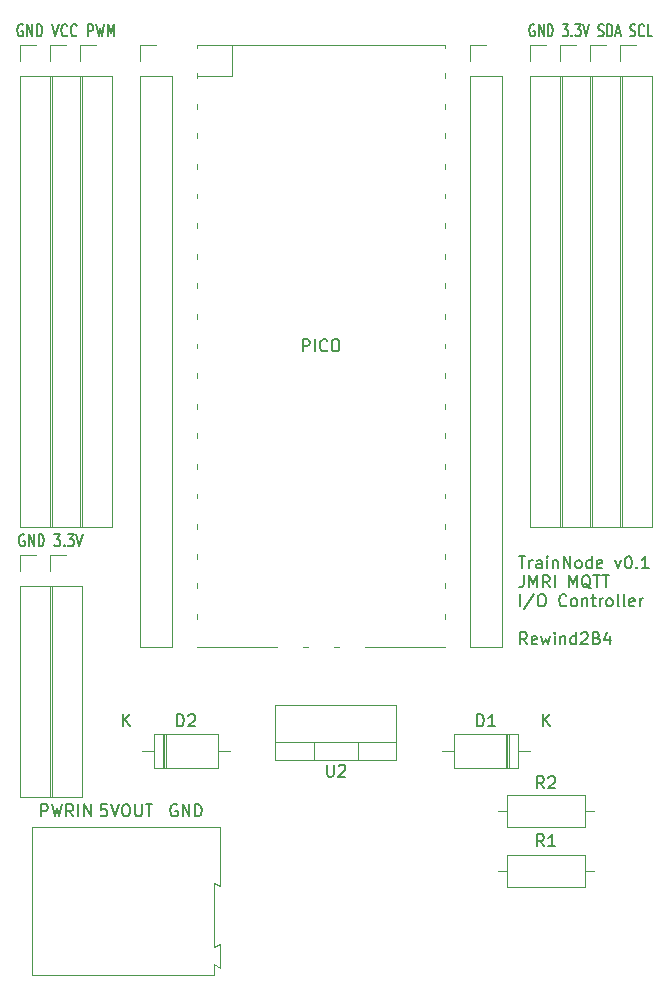
<source format=gbr>
G04 #@! TF.GenerationSoftware,KiCad,Pcbnew,6.0.2+dfsg-1*
G04 #@! TF.CreationDate,2024-08-21T11:00:16+10:00*
G04 #@! TF.ProjectId,MQTTDecoderExpansionBoard,4d515454-4465-4636-9f64-657245787061,A*
G04 #@! TF.SameCoordinates,Original*
G04 #@! TF.FileFunction,Legend,Top*
G04 #@! TF.FilePolarity,Positive*
%FSLAX46Y46*%
G04 Gerber Fmt 4.6, Leading zero omitted, Abs format (unit mm)*
G04 Created by KiCad (PCBNEW 6.0.2+dfsg-1) date 2024-08-21 11:00:16*
%MOMM*%
%LPD*%
G01*
G04 APERTURE LIST*
%ADD10C,0.200000*%
%ADD11C,0.187500*%
%ADD12C,0.150000*%
%ADD13C,0.120000*%
%ADD14R,1.700000X1.700000*%
%ADD15O,1.700000X1.700000*%
%ADD16C,1.600000*%
%ADD17O,1.600000X1.600000*%
%ADD18O,1.800000X1.800000*%
%ADD19O,1.500000X1.500000*%
%ADD20R,3.500000X1.700000*%
%ADD21R,1.700000X3.500000*%
%ADD22R,2.200000X2.200000*%
%ADD23O,2.200000X2.200000*%
%ADD24R,1.905000X2.000000*%
%ADD25O,1.905000X2.000000*%
%ADD26R,1.980000X3.960000*%
%ADD27O,1.980000X3.960000*%
%ADD28C,3.200000*%
G04 APERTURE END LIST*
D10*
X128778095Y-116340000D02*
X128682857Y-116292380D01*
X128540000Y-116292380D01*
X128397142Y-116340000D01*
X128301904Y-116435238D01*
X128254285Y-116530476D01*
X128206666Y-116720952D01*
X128206666Y-116863809D01*
X128254285Y-117054285D01*
X128301904Y-117149523D01*
X128397142Y-117244761D01*
X128540000Y-117292380D01*
X128635238Y-117292380D01*
X128778095Y-117244761D01*
X128825714Y-117197142D01*
X128825714Y-116863809D01*
X128635238Y-116863809D01*
X129254285Y-117292380D02*
X129254285Y-116292380D01*
X129825714Y-117292380D01*
X129825714Y-116292380D01*
X130301904Y-117292380D02*
X130301904Y-116292380D01*
X130540000Y-116292380D01*
X130682857Y-116340000D01*
X130778095Y-116435238D01*
X130825714Y-116530476D01*
X130873333Y-116720952D01*
X130873333Y-116863809D01*
X130825714Y-117054285D01*
X130778095Y-117149523D01*
X130682857Y-117244761D01*
X130540000Y-117292380D01*
X130301904Y-117292380D01*
X115703809Y-50300000D02*
X115627619Y-50252380D01*
X115513333Y-50252380D01*
X115399047Y-50300000D01*
X115322857Y-50395238D01*
X115284761Y-50490476D01*
X115246666Y-50680952D01*
X115246666Y-50823809D01*
X115284761Y-51014285D01*
X115322857Y-51109523D01*
X115399047Y-51204761D01*
X115513333Y-51252380D01*
X115589523Y-51252380D01*
X115703809Y-51204761D01*
X115741904Y-51157142D01*
X115741904Y-50823809D01*
X115589523Y-50823809D01*
X116084761Y-51252380D02*
X116084761Y-50252380D01*
X116541904Y-51252380D01*
X116541904Y-50252380D01*
X116922857Y-51252380D02*
X116922857Y-50252380D01*
X117113333Y-50252380D01*
X117227619Y-50300000D01*
X117303809Y-50395238D01*
X117341904Y-50490476D01*
X117380000Y-50680952D01*
X117380000Y-50823809D01*
X117341904Y-51014285D01*
X117303809Y-51109523D01*
X117227619Y-51204761D01*
X117113333Y-51252380D01*
X116922857Y-51252380D01*
X118218095Y-50252380D02*
X118484761Y-51252380D01*
X118751428Y-50252380D01*
X119475238Y-51157142D02*
X119437142Y-51204761D01*
X119322857Y-51252380D01*
X119246666Y-51252380D01*
X119132380Y-51204761D01*
X119056190Y-51109523D01*
X119018095Y-51014285D01*
X118980000Y-50823809D01*
X118980000Y-50680952D01*
X119018095Y-50490476D01*
X119056190Y-50395238D01*
X119132380Y-50300000D01*
X119246666Y-50252380D01*
X119322857Y-50252380D01*
X119437142Y-50300000D01*
X119475238Y-50347619D01*
X120275238Y-51157142D02*
X120237142Y-51204761D01*
X120122857Y-51252380D01*
X120046666Y-51252380D01*
X119932380Y-51204761D01*
X119856190Y-51109523D01*
X119818095Y-51014285D01*
X119780000Y-50823809D01*
X119780000Y-50680952D01*
X119818095Y-50490476D01*
X119856190Y-50395238D01*
X119932380Y-50300000D01*
X120046666Y-50252380D01*
X120122857Y-50252380D01*
X120237142Y-50300000D01*
X120275238Y-50347619D01*
X121227619Y-51252380D02*
X121227619Y-50252380D01*
X121532380Y-50252380D01*
X121608571Y-50300000D01*
X121646666Y-50347619D01*
X121684761Y-50442857D01*
X121684761Y-50585714D01*
X121646666Y-50680952D01*
X121608571Y-50728571D01*
X121532380Y-50776190D01*
X121227619Y-50776190D01*
X121951428Y-50252380D02*
X122141904Y-51252380D01*
X122294285Y-50538095D01*
X122446666Y-51252380D01*
X122637142Y-50252380D01*
X122941904Y-51252380D02*
X122941904Y-50252380D01*
X123208571Y-50966666D01*
X123475238Y-50252380D01*
X123475238Y-51252380D01*
D11*
X159037857Y-50300000D02*
X158966428Y-50252380D01*
X158859285Y-50252380D01*
X158752142Y-50300000D01*
X158680714Y-50395238D01*
X158645000Y-50490476D01*
X158609285Y-50680952D01*
X158609285Y-50823809D01*
X158645000Y-51014285D01*
X158680714Y-51109523D01*
X158752142Y-51204761D01*
X158859285Y-51252380D01*
X158930714Y-51252380D01*
X159037857Y-51204761D01*
X159073571Y-51157142D01*
X159073571Y-50823809D01*
X158930714Y-50823809D01*
X159395000Y-51252380D02*
X159395000Y-50252380D01*
X159823571Y-51252380D01*
X159823571Y-50252380D01*
X160180714Y-51252380D02*
X160180714Y-50252380D01*
X160359285Y-50252380D01*
X160466428Y-50300000D01*
X160537857Y-50395238D01*
X160573571Y-50490476D01*
X160609285Y-50680952D01*
X160609285Y-50823809D01*
X160573571Y-51014285D01*
X160537857Y-51109523D01*
X160466428Y-51204761D01*
X160359285Y-51252380D01*
X160180714Y-51252380D01*
X161430714Y-50252380D02*
X161895000Y-50252380D01*
X161645000Y-50633333D01*
X161752142Y-50633333D01*
X161823571Y-50680952D01*
X161859285Y-50728571D01*
X161895000Y-50823809D01*
X161895000Y-51061904D01*
X161859285Y-51157142D01*
X161823571Y-51204761D01*
X161752142Y-51252380D01*
X161537857Y-51252380D01*
X161466428Y-51204761D01*
X161430714Y-51157142D01*
X162216428Y-51157142D02*
X162252142Y-51204761D01*
X162216428Y-51252380D01*
X162180714Y-51204761D01*
X162216428Y-51157142D01*
X162216428Y-51252380D01*
X162502142Y-50252380D02*
X162966428Y-50252380D01*
X162716428Y-50633333D01*
X162823571Y-50633333D01*
X162895000Y-50680952D01*
X162930714Y-50728571D01*
X162966428Y-50823809D01*
X162966428Y-51061904D01*
X162930714Y-51157142D01*
X162895000Y-51204761D01*
X162823571Y-51252380D01*
X162609285Y-51252380D01*
X162537857Y-51204761D01*
X162502142Y-51157142D01*
X163180714Y-50252380D02*
X163430714Y-51252380D01*
X163680714Y-50252380D01*
X164466428Y-51204761D02*
X164573571Y-51252380D01*
X164752142Y-51252380D01*
X164823571Y-51204761D01*
X164859285Y-51157142D01*
X164895000Y-51061904D01*
X164895000Y-50966666D01*
X164859285Y-50871428D01*
X164823571Y-50823809D01*
X164752142Y-50776190D01*
X164609285Y-50728571D01*
X164537857Y-50680952D01*
X164502142Y-50633333D01*
X164466428Y-50538095D01*
X164466428Y-50442857D01*
X164502142Y-50347619D01*
X164537857Y-50300000D01*
X164609285Y-50252380D01*
X164787857Y-50252380D01*
X164895000Y-50300000D01*
X165216428Y-51252380D02*
X165216428Y-50252380D01*
X165395000Y-50252380D01*
X165502142Y-50300000D01*
X165573571Y-50395238D01*
X165609285Y-50490476D01*
X165645000Y-50680952D01*
X165645000Y-50823809D01*
X165609285Y-51014285D01*
X165573571Y-51109523D01*
X165502142Y-51204761D01*
X165395000Y-51252380D01*
X165216428Y-51252380D01*
X165930714Y-50966666D02*
X166287857Y-50966666D01*
X165859285Y-51252380D02*
X166109285Y-50252380D01*
X166359285Y-51252380D01*
X167145000Y-51204761D02*
X167252142Y-51252380D01*
X167430714Y-51252380D01*
X167502142Y-51204761D01*
X167537857Y-51157142D01*
X167573571Y-51061904D01*
X167573571Y-50966666D01*
X167537857Y-50871428D01*
X167502142Y-50823809D01*
X167430714Y-50776190D01*
X167287857Y-50728571D01*
X167216428Y-50680952D01*
X167180714Y-50633333D01*
X167145000Y-50538095D01*
X167145000Y-50442857D01*
X167180714Y-50347619D01*
X167216428Y-50300000D01*
X167287857Y-50252380D01*
X167466428Y-50252380D01*
X167573571Y-50300000D01*
X168323571Y-51157142D02*
X168287857Y-51204761D01*
X168180714Y-51252380D01*
X168109285Y-51252380D01*
X168002142Y-51204761D01*
X167930714Y-51109523D01*
X167895000Y-51014285D01*
X167859285Y-50823809D01*
X167859285Y-50680952D01*
X167895000Y-50490476D01*
X167930714Y-50395238D01*
X168002142Y-50300000D01*
X168109285Y-50252380D01*
X168180714Y-50252380D01*
X168287857Y-50300000D01*
X168323571Y-50347619D01*
X169002142Y-51252380D02*
X168645000Y-51252380D01*
X168645000Y-50252380D01*
D10*
X115840476Y-93480000D02*
X115764285Y-93432380D01*
X115650000Y-93432380D01*
X115535714Y-93480000D01*
X115459523Y-93575238D01*
X115421428Y-93670476D01*
X115383333Y-93860952D01*
X115383333Y-94003809D01*
X115421428Y-94194285D01*
X115459523Y-94289523D01*
X115535714Y-94384761D01*
X115650000Y-94432380D01*
X115726190Y-94432380D01*
X115840476Y-94384761D01*
X115878571Y-94337142D01*
X115878571Y-94003809D01*
X115726190Y-94003809D01*
X116221428Y-94432380D02*
X116221428Y-93432380D01*
X116678571Y-94432380D01*
X116678571Y-93432380D01*
X117059523Y-94432380D02*
X117059523Y-93432380D01*
X117250000Y-93432380D01*
X117364285Y-93480000D01*
X117440476Y-93575238D01*
X117478571Y-93670476D01*
X117516666Y-93860952D01*
X117516666Y-94003809D01*
X117478571Y-94194285D01*
X117440476Y-94289523D01*
X117364285Y-94384761D01*
X117250000Y-94432380D01*
X117059523Y-94432380D01*
X118392857Y-93432380D02*
X118888095Y-93432380D01*
X118621428Y-93813333D01*
X118735714Y-93813333D01*
X118811904Y-93860952D01*
X118850000Y-93908571D01*
X118888095Y-94003809D01*
X118888095Y-94241904D01*
X118850000Y-94337142D01*
X118811904Y-94384761D01*
X118735714Y-94432380D01*
X118507142Y-94432380D01*
X118430952Y-94384761D01*
X118392857Y-94337142D01*
X119230952Y-94337142D02*
X119269047Y-94384761D01*
X119230952Y-94432380D01*
X119192857Y-94384761D01*
X119230952Y-94337142D01*
X119230952Y-94432380D01*
X119535714Y-93432380D02*
X120030952Y-93432380D01*
X119764285Y-93813333D01*
X119878571Y-93813333D01*
X119954761Y-93860952D01*
X119992857Y-93908571D01*
X120030952Y-94003809D01*
X120030952Y-94241904D01*
X119992857Y-94337142D01*
X119954761Y-94384761D01*
X119878571Y-94432380D01*
X119650000Y-94432380D01*
X119573809Y-94384761D01*
X119535714Y-94337142D01*
X120259523Y-93432380D02*
X120526190Y-94432380D01*
X120792857Y-93432380D01*
X157705238Y-95292380D02*
X158276666Y-95292380D01*
X157990952Y-96292380D02*
X157990952Y-95292380D01*
X158610000Y-96292380D02*
X158610000Y-95625714D01*
X158610000Y-95816190D02*
X158657619Y-95720952D01*
X158705238Y-95673333D01*
X158800476Y-95625714D01*
X158895714Y-95625714D01*
X159657619Y-96292380D02*
X159657619Y-95768571D01*
X159610000Y-95673333D01*
X159514761Y-95625714D01*
X159324285Y-95625714D01*
X159229047Y-95673333D01*
X159657619Y-96244761D02*
X159562380Y-96292380D01*
X159324285Y-96292380D01*
X159229047Y-96244761D01*
X159181428Y-96149523D01*
X159181428Y-96054285D01*
X159229047Y-95959047D01*
X159324285Y-95911428D01*
X159562380Y-95911428D01*
X159657619Y-95863809D01*
X160133809Y-96292380D02*
X160133809Y-95625714D01*
X160133809Y-95292380D02*
X160086190Y-95340000D01*
X160133809Y-95387619D01*
X160181428Y-95340000D01*
X160133809Y-95292380D01*
X160133809Y-95387619D01*
X160610000Y-95625714D02*
X160610000Y-96292380D01*
X160610000Y-95720952D02*
X160657619Y-95673333D01*
X160752857Y-95625714D01*
X160895714Y-95625714D01*
X160990952Y-95673333D01*
X161038571Y-95768571D01*
X161038571Y-96292380D01*
X161514761Y-96292380D02*
X161514761Y-95292380D01*
X162086190Y-96292380D01*
X162086190Y-95292380D01*
X162705238Y-96292380D02*
X162610000Y-96244761D01*
X162562380Y-96197142D01*
X162514761Y-96101904D01*
X162514761Y-95816190D01*
X162562380Y-95720952D01*
X162610000Y-95673333D01*
X162705238Y-95625714D01*
X162848095Y-95625714D01*
X162943333Y-95673333D01*
X162990952Y-95720952D01*
X163038571Y-95816190D01*
X163038571Y-96101904D01*
X162990952Y-96197142D01*
X162943333Y-96244761D01*
X162848095Y-96292380D01*
X162705238Y-96292380D01*
X163895714Y-96292380D02*
X163895714Y-95292380D01*
X163895714Y-96244761D02*
X163800476Y-96292380D01*
X163610000Y-96292380D01*
X163514761Y-96244761D01*
X163467142Y-96197142D01*
X163419523Y-96101904D01*
X163419523Y-95816190D01*
X163467142Y-95720952D01*
X163514761Y-95673333D01*
X163610000Y-95625714D01*
X163800476Y-95625714D01*
X163895714Y-95673333D01*
X164752857Y-96244761D02*
X164657619Y-96292380D01*
X164467142Y-96292380D01*
X164371904Y-96244761D01*
X164324285Y-96149523D01*
X164324285Y-95768571D01*
X164371904Y-95673333D01*
X164467142Y-95625714D01*
X164657619Y-95625714D01*
X164752857Y-95673333D01*
X164800476Y-95768571D01*
X164800476Y-95863809D01*
X164324285Y-95959047D01*
X165895714Y-95625714D02*
X166133809Y-96292380D01*
X166371904Y-95625714D01*
X166943333Y-95292380D02*
X167038571Y-95292380D01*
X167133809Y-95340000D01*
X167181428Y-95387619D01*
X167229047Y-95482857D01*
X167276666Y-95673333D01*
X167276666Y-95911428D01*
X167229047Y-96101904D01*
X167181428Y-96197142D01*
X167133809Y-96244761D01*
X167038571Y-96292380D01*
X166943333Y-96292380D01*
X166848095Y-96244761D01*
X166800476Y-96197142D01*
X166752857Y-96101904D01*
X166705238Y-95911428D01*
X166705238Y-95673333D01*
X166752857Y-95482857D01*
X166800476Y-95387619D01*
X166848095Y-95340000D01*
X166943333Y-95292380D01*
X167705238Y-96197142D02*
X167752857Y-96244761D01*
X167705238Y-96292380D01*
X167657619Y-96244761D01*
X167705238Y-96197142D01*
X167705238Y-96292380D01*
X168705238Y-96292380D02*
X168133809Y-96292380D01*
X168419523Y-96292380D02*
X168419523Y-95292380D01*
X168324285Y-95435238D01*
X168229047Y-95530476D01*
X168133809Y-95578095D01*
X158133809Y-96902380D02*
X158133809Y-97616666D01*
X158086190Y-97759523D01*
X157990952Y-97854761D01*
X157848095Y-97902380D01*
X157752857Y-97902380D01*
X158610000Y-97902380D02*
X158610000Y-96902380D01*
X158943333Y-97616666D01*
X159276666Y-96902380D01*
X159276666Y-97902380D01*
X160324285Y-97902380D02*
X159990952Y-97426190D01*
X159752857Y-97902380D02*
X159752857Y-96902380D01*
X160133809Y-96902380D01*
X160229047Y-96950000D01*
X160276666Y-96997619D01*
X160324285Y-97092857D01*
X160324285Y-97235714D01*
X160276666Y-97330952D01*
X160229047Y-97378571D01*
X160133809Y-97426190D01*
X159752857Y-97426190D01*
X160752857Y-97902380D02*
X160752857Y-96902380D01*
X161990952Y-97902380D02*
X161990952Y-96902380D01*
X162324285Y-97616666D01*
X162657619Y-96902380D01*
X162657619Y-97902380D01*
X163800476Y-97997619D02*
X163705238Y-97950000D01*
X163610000Y-97854761D01*
X163467142Y-97711904D01*
X163371904Y-97664285D01*
X163276666Y-97664285D01*
X163324285Y-97902380D02*
X163229047Y-97854761D01*
X163133809Y-97759523D01*
X163086190Y-97569047D01*
X163086190Y-97235714D01*
X163133809Y-97045238D01*
X163229047Y-96950000D01*
X163324285Y-96902380D01*
X163514761Y-96902380D01*
X163610000Y-96950000D01*
X163705238Y-97045238D01*
X163752857Y-97235714D01*
X163752857Y-97569047D01*
X163705238Y-97759523D01*
X163610000Y-97854761D01*
X163514761Y-97902380D01*
X163324285Y-97902380D01*
X164038571Y-96902380D02*
X164610000Y-96902380D01*
X164324285Y-97902380D02*
X164324285Y-96902380D01*
X164800476Y-96902380D02*
X165371904Y-96902380D01*
X165086190Y-97902380D02*
X165086190Y-96902380D01*
X157848095Y-99512380D02*
X157848095Y-98512380D01*
X159038571Y-98464761D02*
X158181428Y-99750476D01*
X159562380Y-98512380D02*
X159752857Y-98512380D01*
X159848095Y-98560000D01*
X159943333Y-98655238D01*
X159990952Y-98845714D01*
X159990952Y-99179047D01*
X159943333Y-99369523D01*
X159848095Y-99464761D01*
X159752857Y-99512380D01*
X159562380Y-99512380D01*
X159467142Y-99464761D01*
X159371904Y-99369523D01*
X159324285Y-99179047D01*
X159324285Y-98845714D01*
X159371904Y-98655238D01*
X159467142Y-98560000D01*
X159562380Y-98512380D01*
X161752857Y-99417142D02*
X161705238Y-99464761D01*
X161562380Y-99512380D01*
X161467142Y-99512380D01*
X161324285Y-99464761D01*
X161229047Y-99369523D01*
X161181428Y-99274285D01*
X161133809Y-99083809D01*
X161133809Y-98940952D01*
X161181428Y-98750476D01*
X161229047Y-98655238D01*
X161324285Y-98560000D01*
X161467142Y-98512380D01*
X161562380Y-98512380D01*
X161705238Y-98560000D01*
X161752857Y-98607619D01*
X162324285Y-99512380D02*
X162229047Y-99464761D01*
X162181428Y-99417142D01*
X162133809Y-99321904D01*
X162133809Y-99036190D01*
X162181428Y-98940952D01*
X162229047Y-98893333D01*
X162324285Y-98845714D01*
X162467142Y-98845714D01*
X162562380Y-98893333D01*
X162610000Y-98940952D01*
X162657619Y-99036190D01*
X162657619Y-99321904D01*
X162610000Y-99417142D01*
X162562380Y-99464761D01*
X162467142Y-99512380D01*
X162324285Y-99512380D01*
X163086190Y-98845714D02*
X163086190Y-99512380D01*
X163086190Y-98940952D02*
X163133809Y-98893333D01*
X163229047Y-98845714D01*
X163371904Y-98845714D01*
X163467142Y-98893333D01*
X163514761Y-98988571D01*
X163514761Y-99512380D01*
X163848095Y-98845714D02*
X164229047Y-98845714D01*
X163990952Y-98512380D02*
X163990952Y-99369523D01*
X164038571Y-99464761D01*
X164133809Y-99512380D01*
X164229047Y-99512380D01*
X164562380Y-99512380D02*
X164562380Y-98845714D01*
X164562380Y-99036190D02*
X164610000Y-98940952D01*
X164657619Y-98893333D01*
X164752857Y-98845714D01*
X164848095Y-98845714D01*
X165324285Y-99512380D02*
X165229047Y-99464761D01*
X165181428Y-99417142D01*
X165133809Y-99321904D01*
X165133809Y-99036190D01*
X165181428Y-98940952D01*
X165229047Y-98893333D01*
X165324285Y-98845714D01*
X165467142Y-98845714D01*
X165562380Y-98893333D01*
X165610000Y-98940952D01*
X165657619Y-99036190D01*
X165657619Y-99321904D01*
X165610000Y-99417142D01*
X165562380Y-99464761D01*
X165467142Y-99512380D01*
X165324285Y-99512380D01*
X166229047Y-99512380D02*
X166133809Y-99464761D01*
X166086190Y-99369523D01*
X166086190Y-98512380D01*
X166752857Y-99512380D02*
X166657619Y-99464761D01*
X166610000Y-99369523D01*
X166610000Y-98512380D01*
X167514761Y-99464761D02*
X167419523Y-99512380D01*
X167229047Y-99512380D01*
X167133809Y-99464761D01*
X167086190Y-99369523D01*
X167086190Y-98988571D01*
X167133809Y-98893333D01*
X167229047Y-98845714D01*
X167419523Y-98845714D01*
X167514761Y-98893333D01*
X167562380Y-98988571D01*
X167562380Y-99083809D01*
X167086190Y-99179047D01*
X167990952Y-99512380D02*
X167990952Y-98845714D01*
X167990952Y-99036190D02*
X168038571Y-98940952D01*
X168086190Y-98893333D01*
X168181428Y-98845714D01*
X168276666Y-98845714D01*
X158419523Y-102732380D02*
X158086190Y-102256190D01*
X157848095Y-102732380D02*
X157848095Y-101732380D01*
X158229047Y-101732380D01*
X158324285Y-101780000D01*
X158371904Y-101827619D01*
X158419523Y-101922857D01*
X158419523Y-102065714D01*
X158371904Y-102160952D01*
X158324285Y-102208571D01*
X158229047Y-102256190D01*
X157848095Y-102256190D01*
X159229047Y-102684761D02*
X159133809Y-102732380D01*
X158943333Y-102732380D01*
X158848095Y-102684761D01*
X158800476Y-102589523D01*
X158800476Y-102208571D01*
X158848095Y-102113333D01*
X158943333Y-102065714D01*
X159133809Y-102065714D01*
X159229047Y-102113333D01*
X159276666Y-102208571D01*
X159276666Y-102303809D01*
X158800476Y-102399047D01*
X159610000Y-102065714D02*
X159800476Y-102732380D01*
X159990952Y-102256190D01*
X160181428Y-102732380D01*
X160371904Y-102065714D01*
X160752857Y-102732380D02*
X160752857Y-102065714D01*
X160752857Y-101732380D02*
X160705238Y-101780000D01*
X160752857Y-101827619D01*
X160800476Y-101780000D01*
X160752857Y-101732380D01*
X160752857Y-101827619D01*
X161229047Y-102065714D02*
X161229047Y-102732380D01*
X161229047Y-102160952D02*
X161276666Y-102113333D01*
X161371904Y-102065714D01*
X161514761Y-102065714D01*
X161610000Y-102113333D01*
X161657619Y-102208571D01*
X161657619Y-102732380D01*
X162562380Y-102732380D02*
X162562380Y-101732380D01*
X162562380Y-102684761D02*
X162467142Y-102732380D01*
X162276666Y-102732380D01*
X162181428Y-102684761D01*
X162133809Y-102637142D01*
X162086190Y-102541904D01*
X162086190Y-102256190D01*
X162133809Y-102160952D01*
X162181428Y-102113333D01*
X162276666Y-102065714D01*
X162467142Y-102065714D01*
X162562380Y-102113333D01*
X162990952Y-101827619D02*
X163038571Y-101780000D01*
X163133809Y-101732380D01*
X163371904Y-101732380D01*
X163467142Y-101780000D01*
X163514761Y-101827619D01*
X163562380Y-101922857D01*
X163562380Y-102018095D01*
X163514761Y-102160952D01*
X162943333Y-102732380D01*
X163562380Y-102732380D01*
X164324285Y-102208571D02*
X164467142Y-102256190D01*
X164514761Y-102303809D01*
X164562380Y-102399047D01*
X164562380Y-102541904D01*
X164514761Y-102637142D01*
X164467142Y-102684761D01*
X164371904Y-102732380D01*
X163990952Y-102732380D01*
X163990952Y-101732380D01*
X164324285Y-101732380D01*
X164419523Y-101780000D01*
X164467142Y-101827619D01*
X164514761Y-101922857D01*
X164514761Y-102018095D01*
X164467142Y-102113333D01*
X164419523Y-102160952D01*
X164324285Y-102208571D01*
X163990952Y-102208571D01*
X165419523Y-102065714D02*
X165419523Y-102732380D01*
X165181428Y-101684761D02*
X164943333Y-102399047D01*
X165562380Y-102399047D01*
X122845952Y-116292380D02*
X122369761Y-116292380D01*
X122322142Y-116768571D01*
X122369761Y-116720952D01*
X122465000Y-116673333D01*
X122703095Y-116673333D01*
X122798333Y-116720952D01*
X122845952Y-116768571D01*
X122893571Y-116863809D01*
X122893571Y-117101904D01*
X122845952Y-117197142D01*
X122798333Y-117244761D01*
X122703095Y-117292380D01*
X122465000Y-117292380D01*
X122369761Y-117244761D01*
X122322142Y-117197142D01*
X123179285Y-116292380D02*
X123512619Y-117292380D01*
X123845952Y-116292380D01*
X124369761Y-116292380D02*
X124560238Y-116292380D01*
X124655476Y-116340000D01*
X124750714Y-116435238D01*
X124798333Y-116625714D01*
X124798333Y-116959047D01*
X124750714Y-117149523D01*
X124655476Y-117244761D01*
X124560238Y-117292380D01*
X124369761Y-117292380D01*
X124274523Y-117244761D01*
X124179285Y-117149523D01*
X124131666Y-116959047D01*
X124131666Y-116625714D01*
X124179285Y-116435238D01*
X124274523Y-116340000D01*
X124369761Y-116292380D01*
X125226904Y-116292380D02*
X125226904Y-117101904D01*
X125274523Y-117197142D01*
X125322142Y-117244761D01*
X125417380Y-117292380D01*
X125607857Y-117292380D01*
X125703095Y-117244761D01*
X125750714Y-117197142D01*
X125798333Y-117101904D01*
X125798333Y-116292380D01*
X126131666Y-116292380D02*
X126703095Y-116292380D01*
X126417380Y-117292380D02*
X126417380Y-116292380D01*
X117284761Y-117292380D02*
X117284761Y-116292380D01*
X117665714Y-116292380D01*
X117760952Y-116340000D01*
X117808571Y-116387619D01*
X117856190Y-116482857D01*
X117856190Y-116625714D01*
X117808571Y-116720952D01*
X117760952Y-116768571D01*
X117665714Y-116816190D01*
X117284761Y-116816190D01*
X118189523Y-116292380D02*
X118427619Y-117292380D01*
X118618095Y-116578095D01*
X118808571Y-117292380D01*
X119046666Y-116292380D01*
X119999047Y-117292380D02*
X119665714Y-116816190D01*
X119427619Y-117292380D02*
X119427619Y-116292380D01*
X119808571Y-116292380D01*
X119903809Y-116340000D01*
X119951428Y-116387619D01*
X119999047Y-116482857D01*
X119999047Y-116625714D01*
X119951428Y-116720952D01*
X119903809Y-116768571D01*
X119808571Y-116816190D01*
X119427619Y-116816190D01*
X120427619Y-117292380D02*
X120427619Y-116292380D01*
X120903809Y-117292380D02*
X120903809Y-116292380D01*
X121475238Y-117292380D01*
X121475238Y-116292380D01*
D12*
X159853333Y-114922380D02*
X159520000Y-114446190D01*
X159281904Y-114922380D02*
X159281904Y-113922380D01*
X159662857Y-113922380D01*
X159758095Y-113970000D01*
X159805714Y-114017619D01*
X159853333Y-114112857D01*
X159853333Y-114255714D01*
X159805714Y-114350952D01*
X159758095Y-114398571D01*
X159662857Y-114446190D01*
X159281904Y-114446190D01*
X160234285Y-114017619D02*
X160281904Y-113970000D01*
X160377142Y-113922380D01*
X160615238Y-113922380D01*
X160710476Y-113970000D01*
X160758095Y-114017619D01*
X160805714Y-114112857D01*
X160805714Y-114208095D01*
X160758095Y-114350952D01*
X160186666Y-114922380D01*
X160805714Y-114922380D01*
X139446190Y-77922380D02*
X139446190Y-76922380D01*
X139827142Y-76922380D01*
X139922380Y-76970000D01*
X139970000Y-77017619D01*
X140017619Y-77112857D01*
X140017619Y-77255714D01*
X139970000Y-77350952D01*
X139922380Y-77398571D01*
X139827142Y-77446190D01*
X139446190Y-77446190D01*
X140446190Y-77922380D02*
X140446190Y-76922380D01*
X141493809Y-77827142D02*
X141446190Y-77874761D01*
X141303333Y-77922380D01*
X141208095Y-77922380D01*
X141065238Y-77874761D01*
X140970000Y-77779523D01*
X140922380Y-77684285D01*
X140874761Y-77493809D01*
X140874761Y-77350952D01*
X140922380Y-77160476D01*
X140970000Y-77065238D01*
X141065238Y-76970000D01*
X141208095Y-76922380D01*
X141303333Y-76922380D01*
X141446190Y-76970000D01*
X141493809Y-77017619D01*
X142112857Y-76922380D02*
X142303333Y-76922380D01*
X142398571Y-76970000D01*
X142493809Y-77065238D01*
X142541428Y-77255714D01*
X142541428Y-77589047D01*
X142493809Y-77779523D01*
X142398571Y-77874761D01*
X142303333Y-77922380D01*
X142112857Y-77922380D01*
X142017619Y-77874761D01*
X141922380Y-77779523D01*
X141874761Y-77589047D01*
X141874761Y-77255714D01*
X141922380Y-77065238D01*
X142017619Y-76970000D01*
X142112857Y-76922380D01*
X128801904Y-109672380D02*
X128801904Y-108672380D01*
X129040000Y-108672380D01*
X129182857Y-108720000D01*
X129278095Y-108815238D01*
X129325714Y-108910476D01*
X129373333Y-109100952D01*
X129373333Y-109243809D01*
X129325714Y-109434285D01*
X129278095Y-109529523D01*
X129182857Y-109624761D01*
X129040000Y-109672380D01*
X128801904Y-109672380D01*
X129754285Y-108767619D02*
X129801904Y-108720000D01*
X129897142Y-108672380D01*
X130135238Y-108672380D01*
X130230476Y-108720000D01*
X130278095Y-108767619D01*
X130325714Y-108862857D01*
X130325714Y-108958095D01*
X130278095Y-109100952D01*
X129706666Y-109672380D01*
X130325714Y-109672380D01*
X124198095Y-109672380D02*
X124198095Y-108672380D01*
X124769523Y-109672380D02*
X124340952Y-109100952D01*
X124769523Y-108672380D02*
X124198095Y-109243809D01*
X141478095Y-112942380D02*
X141478095Y-113751904D01*
X141525714Y-113847142D01*
X141573333Y-113894761D01*
X141668571Y-113942380D01*
X141859047Y-113942380D01*
X141954285Y-113894761D01*
X142001904Y-113847142D01*
X142049523Y-113751904D01*
X142049523Y-112942380D01*
X142478095Y-113037619D02*
X142525714Y-112990000D01*
X142620952Y-112942380D01*
X142859047Y-112942380D01*
X142954285Y-112990000D01*
X143001904Y-113037619D01*
X143049523Y-113132857D01*
X143049523Y-113228095D01*
X143001904Y-113370952D01*
X142430476Y-113942380D01*
X143049523Y-113942380D01*
X159853333Y-119832380D02*
X159520000Y-119356190D01*
X159281904Y-119832380D02*
X159281904Y-118832380D01*
X159662857Y-118832380D01*
X159758095Y-118880000D01*
X159805714Y-118927619D01*
X159853333Y-119022857D01*
X159853333Y-119165714D01*
X159805714Y-119260952D01*
X159758095Y-119308571D01*
X159662857Y-119356190D01*
X159281904Y-119356190D01*
X160805714Y-119832380D02*
X160234285Y-119832380D01*
X160520000Y-119832380D02*
X160520000Y-118832380D01*
X160424761Y-118975238D01*
X160329523Y-119070476D01*
X160234285Y-119118095D01*
X154201904Y-109672380D02*
X154201904Y-108672380D01*
X154440000Y-108672380D01*
X154582857Y-108720000D01*
X154678095Y-108815238D01*
X154725714Y-108910476D01*
X154773333Y-109100952D01*
X154773333Y-109243809D01*
X154725714Y-109434285D01*
X154678095Y-109529523D01*
X154582857Y-109624761D01*
X154440000Y-109672380D01*
X154201904Y-109672380D01*
X155725714Y-109672380D02*
X155154285Y-109672380D01*
X155440000Y-109672380D02*
X155440000Y-108672380D01*
X155344761Y-108815238D01*
X155249523Y-108910476D01*
X155154285Y-108958095D01*
X159758095Y-109672380D02*
X159758095Y-108672380D01*
X160329523Y-109672380D02*
X159900952Y-109100952D01*
X160329523Y-108672380D02*
X159758095Y-109243809D01*
D13*
X158690000Y-52010000D02*
X160020000Y-52010000D01*
X158690000Y-54610000D02*
X158690000Y-92770000D01*
X161350000Y-54610000D02*
X161350000Y-92770000D01*
X158690000Y-54610000D02*
X161350000Y-54610000D01*
X158690000Y-92770000D02*
X161350000Y-92770000D01*
X158690000Y-53340000D02*
X158690000Y-52010000D01*
X156750000Y-115470000D02*
X156750000Y-118210000D01*
X163290000Y-115470000D02*
X156750000Y-115470000D01*
X155980000Y-116840000D02*
X156750000Y-116840000D01*
X164060000Y-116840000D02*
X163290000Y-116840000D01*
X156750000Y-118210000D02*
X163290000Y-118210000D01*
X163290000Y-118210000D02*
X163290000Y-115470000D01*
X128330000Y-54610000D02*
X128330000Y-102930000D01*
X125670000Y-54610000D02*
X125670000Y-102930000D01*
X125670000Y-53340000D02*
X125670000Y-52010000D01*
X125670000Y-52010000D02*
X127000000Y-52010000D01*
X125670000Y-54610000D02*
X128330000Y-54610000D01*
X125670000Y-102930000D02*
X128330000Y-102930000D01*
X166310000Y-54610000D02*
X166310000Y-92770000D01*
X166310000Y-52010000D02*
X167640000Y-52010000D01*
X168970000Y-54610000D02*
X168970000Y-92770000D01*
X166310000Y-92770000D02*
X168970000Y-92770000D01*
X166310000Y-54610000D02*
X168970000Y-54610000D01*
X166310000Y-53340000D02*
X166310000Y-52010000D01*
X151470000Y-77270000D02*
X151470000Y-77670000D01*
X151470000Y-100170000D02*
X151470000Y-100570000D01*
X151470000Y-56970000D02*
X151470000Y-57370000D01*
X151470000Y-102970000D02*
X144670000Y-102970000D01*
X151470000Y-74770000D02*
X151470000Y-75170000D01*
X151470000Y-62070000D02*
X151470000Y-62470000D01*
X130470000Y-84870000D02*
X130470000Y-85270000D01*
X142070000Y-102970000D02*
X142470000Y-102970000D01*
X130470000Y-72170000D02*
X130470000Y-72570000D01*
X130470000Y-87470000D02*
X130470000Y-87870000D01*
X151470000Y-92570000D02*
X151470000Y-92970000D01*
X151470000Y-82370000D02*
X151470000Y-82770000D01*
X130470000Y-95070000D02*
X130470000Y-95470000D01*
X130470000Y-64570000D02*
X130470000Y-64970000D01*
X130470000Y-54637000D02*
X133477000Y-54637000D01*
X151470000Y-59470000D02*
X151470000Y-59870000D01*
X130470000Y-77270000D02*
X130470000Y-77670000D01*
X151470000Y-84870000D02*
X151470000Y-85270000D01*
X151470000Y-72170000D02*
X151470000Y-72570000D01*
X151470000Y-97570000D02*
X151470000Y-97970000D01*
X130470000Y-97570000D02*
X130470000Y-97970000D01*
X130470000Y-51970000D02*
X151470000Y-51970000D01*
X151470000Y-89970000D02*
X151470000Y-90370000D01*
X151470000Y-67070000D02*
X151470000Y-67470000D01*
X130470000Y-79770000D02*
X130470000Y-80170000D01*
X151470000Y-87470000D02*
X151470000Y-87870000D01*
X151470000Y-54370000D02*
X151470000Y-54770000D01*
X130470000Y-56970000D02*
X130470000Y-57370000D01*
X130470000Y-54370000D02*
X130470000Y-54770000D01*
X151470000Y-51970000D02*
X151470000Y-52270000D01*
X130470000Y-59470000D02*
X130470000Y-59870000D01*
X151470000Y-69670000D02*
X151470000Y-70070000D01*
X130470000Y-92570000D02*
X130470000Y-92970000D01*
X133477000Y-54637000D02*
X133477000Y-51970000D01*
X130470000Y-67070000D02*
X130470000Y-67470000D01*
X130470000Y-69670000D02*
X130470000Y-70070000D01*
X151470000Y-64570000D02*
X151470000Y-64970000D01*
X130470000Y-74770000D02*
X130470000Y-75170000D01*
X130470000Y-82370000D02*
X130470000Y-82770000D01*
X130470000Y-100170000D02*
X130470000Y-100570000D01*
X151470000Y-79770000D02*
X151470000Y-80170000D01*
X130470000Y-89970000D02*
X130470000Y-90370000D01*
X139470000Y-102970000D02*
X139870000Y-102970000D01*
X137270000Y-102970000D02*
X130470000Y-102970000D01*
X130470000Y-62070000D02*
X130470000Y-62470000D01*
X151470000Y-95070000D02*
X151470000Y-95470000D01*
X130470000Y-51970000D02*
X130470000Y-52270000D01*
X126820000Y-110290000D02*
X126820000Y-113230000D01*
X126820000Y-113230000D02*
X132260000Y-113230000D01*
X125800000Y-111760000D02*
X126820000Y-111760000D01*
X133280000Y-111760000D02*
X132260000Y-111760000D01*
X127720000Y-110290000D02*
X127720000Y-113230000D01*
X132260000Y-113230000D02*
X132260000Y-110290000D01*
X132260000Y-110290000D02*
X126820000Y-110290000D01*
X127840000Y-110290000D02*
X127840000Y-113230000D01*
X127600000Y-110290000D02*
X127600000Y-113230000D01*
X147360000Y-107849000D02*
X137120000Y-107849000D01*
X144090000Y-112490000D02*
X144090000Y-110980000D01*
X147360000Y-112490000D02*
X147360000Y-107849000D01*
X140389000Y-112490000D02*
X140389000Y-110980000D01*
X147360000Y-112490000D02*
X137120000Y-112490000D01*
X147360000Y-110980000D02*
X137120000Y-110980000D01*
X137120000Y-112490000D02*
X137120000Y-107849000D01*
X161230000Y-54610000D02*
X161230000Y-92770000D01*
X161230000Y-92770000D02*
X163890000Y-92770000D01*
X161230000Y-52010000D02*
X162560000Y-52010000D01*
X163890000Y-54610000D02*
X163890000Y-92770000D01*
X161230000Y-54610000D02*
X163890000Y-54610000D01*
X161230000Y-53340000D02*
X161230000Y-52010000D01*
X163770000Y-54610000D02*
X166430000Y-54610000D01*
X163770000Y-52010000D02*
X165100000Y-52010000D01*
X163770000Y-54610000D02*
X163770000Y-92770000D01*
X163770000Y-92770000D02*
X166430000Y-92770000D01*
X166430000Y-54610000D02*
X166430000Y-92770000D01*
X163770000Y-53340000D02*
X163770000Y-52010000D01*
X120710000Y-54610000D02*
X120710000Y-92770000D01*
X118050000Y-92770000D02*
X120710000Y-92770000D01*
X118050000Y-54610000D02*
X120710000Y-54610000D01*
X118050000Y-53340000D02*
X118050000Y-52010000D01*
X118050000Y-52010000D02*
X119380000Y-52010000D01*
X118050000Y-54610000D02*
X118050000Y-92770000D01*
X115510000Y-92770000D02*
X118170000Y-92770000D01*
X115510000Y-53340000D02*
X115510000Y-52010000D01*
X118170000Y-54610000D02*
X118170000Y-92770000D01*
X115510000Y-54610000D02*
X115510000Y-92770000D01*
X115510000Y-54610000D02*
X118170000Y-54610000D01*
X115510000Y-52010000D02*
X116840000Y-52010000D01*
X164060000Y-121920000D02*
X163290000Y-121920000D01*
X163290000Y-120550000D02*
X156750000Y-120550000D01*
X156750000Y-123290000D02*
X163290000Y-123290000D01*
X155980000Y-121920000D02*
X156750000Y-121920000D01*
X163290000Y-123290000D02*
X163290000Y-120550000D01*
X156750000Y-120550000D02*
X156750000Y-123290000D01*
X116515000Y-130770000D02*
X131915000Y-130770000D01*
X116515000Y-118170000D02*
X116515000Y-130770000D01*
X131915000Y-122970000D02*
X132415000Y-123220000D01*
X132415000Y-130120000D02*
X132415000Y-128120000D01*
X132415000Y-123220000D02*
X132415000Y-118170000D01*
X132415000Y-128120000D02*
X131915000Y-128370000D01*
X131915000Y-128370000D02*
X131915000Y-122970000D01*
X131915000Y-129820000D02*
X132415000Y-130120000D01*
X132415000Y-118170000D02*
X116515000Y-118170000D01*
X131915000Y-130770000D02*
X131915000Y-129820000D01*
X153610000Y-54610000D02*
X156270000Y-54610000D01*
X153610000Y-102930000D02*
X156270000Y-102930000D01*
X153610000Y-53340000D02*
X153610000Y-52010000D01*
X153610000Y-52010000D02*
X154940000Y-52010000D01*
X153610000Y-54610000D02*
X153610000Y-102930000D01*
X156270000Y-54610000D02*
X156270000Y-102930000D01*
X158680000Y-111760000D02*
X157660000Y-111760000D01*
X156880000Y-113230000D02*
X156880000Y-110290000D01*
X157660000Y-113230000D02*
X157660000Y-110290000D01*
X152220000Y-113230000D02*
X157660000Y-113230000D01*
X152220000Y-110290000D02*
X152220000Y-113230000D01*
X157660000Y-110290000D02*
X152220000Y-110290000D01*
X156640000Y-113230000D02*
X156640000Y-110290000D01*
X151200000Y-111760000D02*
X152220000Y-111760000D01*
X156760000Y-113230000D02*
X156760000Y-110290000D01*
X120710000Y-97790000D02*
X120710000Y-115630000D01*
X118050000Y-96520000D02*
X118050000Y-95190000D01*
X118050000Y-115630000D02*
X120710000Y-115630000D01*
X118050000Y-97790000D02*
X120710000Y-97790000D01*
X118050000Y-95190000D02*
X119380000Y-95190000D01*
X118050000Y-97790000D02*
X118050000Y-115630000D01*
X115510000Y-97790000D02*
X115510000Y-115630000D01*
X118170000Y-97790000D02*
X118170000Y-115630000D01*
X115510000Y-97790000D02*
X118170000Y-97790000D01*
X115510000Y-115630000D02*
X118170000Y-115630000D01*
X115510000Y-95190000D02*
X116840000Y-95190000D01*
X115510000Y-96520000D02*
X115510000Y-95190000D01*
X120590000Y-92770000D02*
X123250000Y-92770000D01*
X120590000Y-52010000D02*
X121920000Y-52010000D01*
X120590000Y-53340000D02*
X120590000Y-52010000D01*
X123250000Y-54610000D02*
X123250000Y-92770000D01*
X120590000Y-54610000D02*
X123250000Y-54610000D01*
X120590000Y-54610000D02*
X120590000Y-92770000D01*
%LPC*%
D12*
X137160000Y-121709821D02*
X147320000Y-121709821D01*
X147320000Y-121709821D02*
X147320000Y-131392532D01*
X147320000Y-131392532D02*
X137160000Y-131392532D01*
X137160000Y-131392532D02*
X137160000Y-121709821D01*
G36*
X137160000Y-121709821D02*
G01*
X147320000Y-121709821D01*
X147320000Y-131392532D01*
X137160000Y-131392532D01*
X137160000Y-121709821D01*
G37*
D14*
X160020000Y-53340000D03*
D15*
X160020000Y-55880000D03*
X160020000Y-58420000D03*
X160020000Y-60960000D03*
X160020000Y-63500000D03*
X160020000Y-66040000D03*
X160020000Y-68580000D03*
X160020000Y-71120000D03*
X160020000Y-73660000D03*
X160020000Y-76200000D03*
X160020000Y-78740000D03*
X160020000Y-81280000D03*
X160020000Y-83820000D03*
X160020000Y-86360000D03*
X160020000Y-88900000D03*
X160020000Y-91440000D03*
D16*
X154940000Y-116840000D03*
D17*
X165100000Y-116840000D03*
D14*
X127000000Y-53340000D03*
D15*
X127000000Y-55880000D03*
X127000000Y-58420000D03*
X127000000Y-60960000D03*
X127000000Y-63500000D03*
X127000000Y-66040000D03*
X127000000Y-68580000D03*
X127000000Y-71120000D03*
X127000000Y-73660000D03*
X127000000Y-76200000D03*
X127000000Y-78740000D03*
X127000000Y-81280000D03*
X127000000Y-83820000D03*
X127000000Y-86360000D03*
X127000000Y-88900000D03*
X127000000Y-91440000D03*
X127000000Y-93980000D03*
X127000000Y-96520000D03*
X127000000Y-99060000D03*
X127000000Y-101600000D03*
D14*
X167640000Y-53340000D03*
D15*
X167640000Y-55880000D03*
X167640000Y-58420000D03*
X167640000Y-60960000D03*
X167640000Y-63500000D03*
X167640000Y-66040000D03*
X167640000Y-68580000D03*
X167640000Y-71120000D03*
X167640000Y-73660000D03*
X167640000Y-76200000D03*
X167640000Y-78740000D03*
X167640000Y-81280000D03*
X167640000Y-83820000D03*
X167640000Y-86360000D03*
X167640000Y-88900000D03*
X167640000Y-91440000D03*
D18*
X138245000Y-53470000D03*
D19*
X143395000Y-56500000D03*
X138545000Y-56500000D03*
D18*
X143695000Y-53470000D03*
D20*
X131180000Y-53340000D03*
D15*
X132080000Y-53340000D03*
D20*
X131180000Y-55880000D03*
D15*
X132080000Y-55880000D03*
D14*
X132080000Y-58420000D03*
D20*
X131180000Y-58420000D03*
D15*
X132080000Y-60960000D03*
D20*
X131180000Y-60960000D03*
X131180000Y-63500000D03*
D15*
X132080000Y-63500000D03*
D20*
X131180000Y-66040000D03*
D15*
X132080000Y-66040000D03*
D20*
X131180000Y-68580000D03*
D15*
X132080000Y-68580000D03*
D20*
X131180000Y-71120000D03*
D14*
X132080000Y-71120000D03*
D15*
X132080000Y-73660000D03*
D20*
X131180000Y-73660000D03*
D15*
X132080000Y-76200000D03*
D20*
X131180000Y-76200000D03*
D15*
X132080000Y-78740000D03*
D20*
X131180000Y-78740000D03*
X131180000Y-81280000D03*
D15*
X132080000Y-81280000D03*
D14*
X132080000Y-83820000D03*
D20*
X131180000Y-83820000D03*
D15*
X132080000Y-86360000D03*
D20*
X131180000Y-86360000D03*
X131180000Y-88900000D03*
D15*
X132080000Y-88900000D03*
X132080000Y-91440000D03*
D20*
X131180000Y-91440000D03*
X131180000Y-93980000D03*
D15*
X132080000Y-93980000D03*
D20*
X131180000Y-96520000D03*
D14*
X132080000Y-96520000D03*
D15*
X132080000Y-99060000D03*
D20*
X131180000Y-99060000D03*
D15*
X132080000Y-101600000D03*
D20*
X131180000Y-101600000D03*
D15*
X149860000Y-101600000D03*
D20*
X150760000Y-101600000D03*
D15*
X149860000Y-99060000D03*
D20*
X150760000Y-99060000D03*
D14*
X149860000Y-96520000D03*
D20*
X150760000Y-96520000D03*
X150760000Y-93980000D03*
D15*
X149860000Y-93980000D03*
X149860000Y-91440000D03*
D20*
X150760000Y-91440000D03*
D15*
X149860000Y-88900000D03*
D20*
X150760000Y-88900000D03*
D15*
X149860000Y-86360000D03*
D20*
X150760000Y-86360000D03*
D14*
X149860000Y-83820000D03*
D20*
X150760000Y-83820000D03*
X150760000Y-81280000D03*
D15*
X149860000Y-81280000D03*
X149860000Y-78740000D03*
D20*
X150760000Y-78740000D03*
X150760000Y-76200000D03*
D15*
X149860000Y-76200000D03*
X149860000Y-73660000D03*
D20*
X150760000Y-73660000D03*
D14*
X149860000Y-71120000D03*
D20*
X150760000Y-71120000D03*
X150760000Y-68580000D03*
D15*
X149860000Y-68580000D03*
D20*
X150760000Y-66040000D03*
D15*
X149860000Y-66040000D03*
X149860000Y-63500000D03*
D20*
X150760000Y-63500000D03*
X150760000Y-60960000D03*
D15*
X149860000Y-60960000D03*
D20*
X150760000Y-58420000D03*
D14*
X149860000Y-58420000D03*
D15*
X149860000Y-55880000D03*
D20*
X150760000Y-55880000D03*
X150760000Y-53340000D03*
D15*
X149860000Y-53340000D03*
X138430000Y-101370000D03*
D21*
X138430000Y-102270000D03*
X140970000Y-102270000D03*
D14*
X140970000Y-101370000D03*
D21*
X143510000Y-102270000D03*
D15*
X143510000Y-101370000D03*
D22*
X124460000Y-111760000D03*
D23*
X134620000Y-111760000D03*
D24*
X144780000Y-109220000D03*
D25*
X142240000Y-109220000D03*
X139700000Y-109220000D03*
D14*
X162560000Y-53340000D03*
D15*
X162560000Y-55880000D03*
X162560000Y-58420000D03*
X162560000Y-60960000D03*
X162560000Y-63500000D03*
X162560000Y-66040000D03*
X162560000Y-68580000D03*
X162560000Y-71120000D03*
X162560000Y-73660000D03*
X162560000Y-76200000D03*
X162560000Y-78740000D03*
X162560000Y-81280000D03*
X162560000Y-83820000D03*
X162560000Y-86360000D03*
X162560000Y-88900000D03*
X162560000Y-91440000D03*
D14*
X165100000Y-53340000D03*
D15*
X165100000Y-55880000D03*
X165100000Y-58420000D03*
X165100000Y-60960000D03*
X165100000Y-63500000D03*
X165100000Y-66040000D03*
X165100000Y-68580000D03*
X165100000Y-71120000D03*
X165100000Y-73660000D03*
X165100000Y-76200000D03*
X165100000Y-78740000D03*
X165100000Y-81280000D03*
X165100000Y-83820000D03*
X165100000Y-86360000D03*
X165100000Y-88900000D03*
X165100000Y-91440000D03*
D14*
X119380000Y-53340000D03*
D15*
X119380000Y-55880000D03*
X119380000Y-58420000D03*
X119380000Y-60960000D03*
X119380000Y-63500000D03*
X119380000Y-66040000D03*
X119380000Y-68580000D03*
X119380000Y-71120000D03*
X119380000Y-73660000D03*
X119380000Y-76200000D03*
X119380000Y-78740000D03*
X119380000Y-81280000D03*
X119380000Y-83820000D03*
X119380000Y-86360000D03*
X119380000Y-88900000D03*
X119380000Y-91440000D03*
D14*
X116840000Y-53340000D03*
D15*
X116840000Y-55880000D03*
X116840000Y-58420000D03*
X116840000Y-60960000D03*
X116840000Y-63500000D03*
X116840000Y-66040000D03*
X116840000Y-68580000D03*
X116840000Y-71120000D03*
X116840000Y-73660000D03*
X116840000Y-76200000D03*
X116840000Y-78740000D03*
X116840000Y-81280000D03*
X116840000Y-83820000D03*
X116840000Y-86360000D03*
X116840000Y-88900000D03*
X116840000Y-91440000D03*
D16*
X165100000Y-121920000D03*
D17*
X154940000Y-121920000D03*
D26*
X119165000Y-124470000D03*
D27*
X124165000Y-124470000D03*
X129165000Y-124470000D03*
D14*
X154940000Y-53340000D03*
D15*
X154940000Y-55880000D03*
X154940000Y-58420000D03*
X154940000Y-60960000D03*
X154940000Y-63500000D03*
X154940000Y-66040000D03*
X154940000Y-68580000D03*
X154940000Y-71120000D03*
X154940000Y-73660000D03*
X154940000Y-76200000D03*
X154940000Y-78740000D03*
X154940000Y-81280000D03*
X154940000Y-83820000D03*
X154940000Y-86360000D03*
X154940000Y-88900000D03*
X154940000Y-91440000D03*
X154940000Y-93980000D03*
X154940000Y-96520000D03*
X154940000Y-99060000D03*
X154940000Y-101600000D03*
D22*
X160020000Y-111760000D03*
D23*
X149860000Y-111760000D03*
D28*
X165100000Y-45720000D03*
X119380000Y-45720000D03*
X165100000Y-127000000D03*
D14*
X119380000Y-96520000D03*
D15*
X119380000Y-99060000D03*
X119380000Y-101600000D03*
X119380000Y-104140000D03*
X119380000Y-106680000D03*
X119380000Y-109220000D03*
X119380000Y-111760000D03*
X119380000Y-114300000D03*
D14*
X116840000Y-96520000D03*
D15*
X116840000Y-99060000D03*
X116840000Y-101600000D03*
X116840000Y-104140000D03*
X116840000Y-106680000D03*
X116840000Y-109220000D03*
X116840000Y-111760000D03*
X116840000Y-114300000D03*
D14*
X121920000Y-53340000D03*
D15*
X121920000Y-55880000D03*
X121920000Y-58420000D03*
X121920000Y-60960000D03*
X121920000Y-63500000D03*
X121920000Y-66040000D03*
X121920000Y-68580000D03*
X121920000Y-71120000D03*
X121920000Y-73660000D03*
X121920000Y-76200000D03*
X121920000Y-78740000D03*
X121920000Y-81280000D03*
X121920000Y-83820000D03*
X121920000Y-86360000D03*
X121920000Y-88900000D03*
X121920000Y-91440000D03*
M02*

</source>
